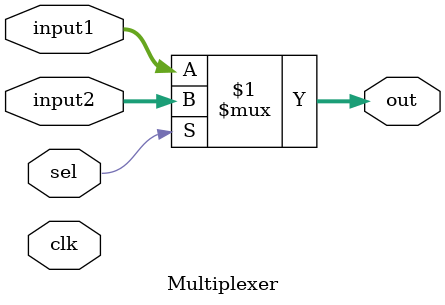
<source format=v>
`timescale 1ns / 1ps


module Multiplexer( clk,input1, input2 ,sel, out );
    
    parameter size = 8;
    input clk;
    input [size - 1 : 0] input1;
    input [size-1 : 0] input2;
    input sel;
    output [size -1 : 0] out;
    assign out = sel? input2:input1;
    /*always@ (posedge clk)
    begin 
        if (~sel) begin
        out <= input1;
        end 
        else begin
        out <= input2;
        end
   end*/
endmodule

</source>
